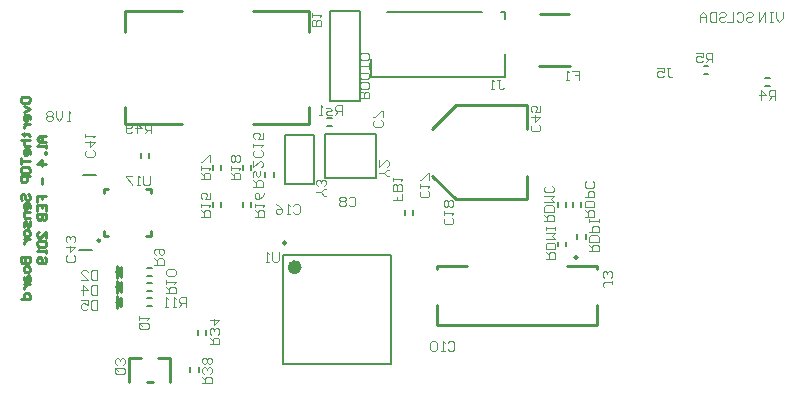
<source format=gbo>
G04*
G04 #@! TF.GenerationSoftware,Altium Limited,CircuitStudio,1.5.1 (13)*
G04*
G04 Layer_Color=13948096*
%FSAX24Y24*%
%MOIN*%
G70*
G01*
G75*
%ADD82C,0.0100*%
%ADD83C,0.0079*%
%ADD84C,0.0030*%
%ADD85C,0.0040*%
%ADD164C,0.0098*%
%ADD165C,0.0236*%
D82*
X028763Y016492D02*
G03*
X028763Y016492I-000044J000000D01*
G01*
X012846Y017055D02*
G03*
X012846Y017055I-000041J000000D01*
G01*
X013539Y014862D02*
G03*
X013402Y015000I-000138J000000D01*
G01*
D02*
G03*
X013539Y015138I000000J000138D01*
G01*
Y015361D02*
G03*
X013400Y015500I-000139J000000D01*
G01*
D02*
G03*
X013539Y015639I000000J000139D01*
G01*
Y015861D02*
G03*
X013400Y016000I-000139J000000D01*
G01*
D02*
G03*
X013539Y016139I000000J000139D01*
G01*
X024093Y014228D02*
X024093Y014917D01*
X024093Y014228D02*
X029407D01*
X029407Y014917D02*
X029407Y014228D01*
X029407Y016098D02*
Y016197D01*
X024093Y016098D02*
Y016197D01*
X025077D01*
X028423D02*
X029407D01*
X027488Y022864D02*
X028512D01*
X027508Y024616D02*
X028492D01*
X013461Y015000D02*
X013539D01*
Y014862D02*
Y015000D01*
Y014862D02*
Y015138D01*
Y015843D02*
Y016157D01*
Y015843D02*
Y016000D01*
X013461D02*
X013539D01*
Y015343D02*
Y015657D01*
Y015343D02*
Y015500D01*
X013461D02*
X013539D01*
X027075Y020787D02*
Y021575D01*
X024713D02*
X027075D01*
X023925Y020787D02*
X024713Y021575D01*
X023925Y019213D02*
X024713Y018425D01*
X027075D01*
Y019213D01*
X013679Y024718D02*
X015569D01*
X013679Y024010D02*
Y024718D01*
X017931D02*
X019821D01*
Y024010D02*
Y024718D01*
Y020939D02*
Y021490D01*
X017931Y020939D02*
X019821D01*
X013679D02*
X015569D01*
X013679D02*
Y021490D01*
X012963Y017213D02*
X013120D01*
X012963D02*
Y017370D01*
X014380Y017213D02*
X014537D01*
Y017370D01*
Y018630D02*
Y018787D01*
X014380D02*
X014537D01*
X012963D02*
X013120D01*
X012963Y018630D02*
Y018787D01*
X013811Y013144D02*
X014205D01*
X013811Y012356D02*
Y013144D01*
X014402Y012356D02*
X014598D01*
X014795Y013144D02*
X015189D01*
Y012356D02*
Y013144D01*
X013400Y015000D02*
X013402D01*
X013400D02*
X013402D01*
X013400Y014800D02*
Y015200D01*
Y015300D02*
Y015700D01*
X013539Y015843D02*
Y015861D01*
X013400Y015800D02*
Y016200D01*
X010200Y021700D02*
Y021800D01*
X010250Y021850D01*
X010450D01*
X010500Y021800D01*
Y021700D01*
X010450Y021650D01*
X010250D01*
X010200Y021700D01*
X010300Y021550D02*
X010500Y021450D01*
X010300Y021350D01*
X010500Y021100D02*
Y021200D01*
X010450Y021250D01*
X010350D01*
X010300Y021200D01*
Y021100D01*
X010350Y021050D01*
X010400D01*
Y021250D01*
X010300Y020950D02*
X010500D01*
X010400D01*
X010350Y020900D01*
X010300Y020850D01*
Y020800D01*
X010250Y020600D02*
X010300D01*
Y020650D01*
Y020550D01*
Y020600D01*
X010450D01*
X010500Y020550D01*
X010200Y020400D02*
X010500D01*
X010350D01*
X010300Y020350D01*
Y020251D01*
X010350Y020201D01*
X010500D01*
Y019951D02*
Y020051D01*
X010450Y020101D01*
X010350D01*
X010300Y020051D01*
Y019951D01*
X010350Y019901D01*
X010400D01*
Y020101D01*
X010200Y019801D02*
Y019601D01*
Y019701D01*
X010500D01*
X010200Y019351D02*
Y019451D01*
X010250Y019501D01*
X010450D01*
X010500Y019451D01*
Y019351D01*
X010450Y019301D01*
X010250D01*
X010200Y019351D01*
X010500Y019201D02*
X010200D01*
Y019051D01*
X010250Y019001D01*
X010350D01*
X010400Y019051D01*
Y019201D01*
X010250Y018401D02*
X010200Y018451D01*
Y018551D01*
X010250Y018601D01*
X010300D01*
X010350Y018551D01*
Y018451D01*
X010400Y018401D01*
X010450D01*
X010500Y018451D01*
Y018551D01*
X010450Y018601D01*
X010500Y018151D02*
Y018251D01*
X010450Y018301D01*
X010350D01*
X010300Y018251D01*
Y018151D01*
X010350Y018101D01*
X010400D01*
Y018301D01*
X010500Y018001D02*
X010300D01*
Y017851D01*
X010350Y017801D01*
X010500D01*
Y017701D02*
Y017551D01*
X010450Y017501D01*
X010400Y017551D01*
Y017651D01*
X010350Y017701D01*
X010300Y017651D01*
Y017501D01*
X010500Y017351D02*
Y017251D01*
X010450Y017201D01*
X010350D01*
X010300Y017251D01*
Y017351D01*
X010350Y017401D01*
X010450D01*
X010500Y017351D01*
X010300Y017102D02*
X010500D01*
X010400D01*
X010350Y017052D01*
X010300Y017002D01*
Y016952D01*
X010200Y016502D02*
X010500D01*
Y016352D01*
X010450Y016302D01*
X010400D01*
X010350Y016352D01*
Y016502D01*
Y016352D01*
X010300Y016302D01*
X010250D01*
X010200Y016352D01*
Y016502D01*
X010500Y016152D02*
Y016052D01*
X010450Y016002D01*
X010350D01*
X010300Y016052D01*
Y016152D01*
X010350Y016202D01*
X010450D01*
X010500Y016152D01*
X010300Y015852D02*
Y015752D01*
X010350Y015702D01*
X010500D01*
Y015852D01*
X010450Y015902D01*
X010400Y015852D01*
Y015702D01*
X010300Y015602D02*
X010500D01*
X010400D01*
X010350Y015552D01*
X010300Y015502D01*
Y015452D01*
X010200Y015102D02*
X010500D01*
Y015252D01*
X010450Y015302D01*
X010350D01*
X010300Y015252D01*
Y015102D01*
X011050Y020550D02*
X010850D01*
X010750Y020450D01*
X010850Y020350D01*
X011050D01*
X010900D01*
Y020550D01*
X011050Y020250D02*
Y020150D01*
Y020200D01*
X010750D01*
X010800Y020250D01*
X011050Y020000D02*
X011000D01*
Y019950D01*
X011050D01*
Y020000D01*
Y019600D02*
X010750D01*
X010900Y019750D01*
Y019550D01*
Y019150D02*
Y018951D01*
X010750Y018351D02*
Y018551D01*
X010900D01*
Y018451D01*
Y018551D01*
X011050D01*
X010750Y018051D02*
Y018251D01*
X011050D01*
Y018051D01*
X010900Y018251D02*
Y018151D01*
X010750Y017951D02*
X011050D01*
Y017801D01*
X011000Y017751D01*
X010950D01*
X010900Y017801D01*
Y017951D01*
Y017801D01*
X010850Y017751D01*
X010800D01*
X010750Y017801D01*
Y017951D01*
X011050Y017151D02*
Y017351D01*
X010850Y017151D01*
X010800D01*
X010750Y017201D01*
Y017301D01*
X010800Y017351D01*
Y017051D02*
X010750Y017001D01*
Y016901D01*
X010800Y016851D01*
X011000D01*
X011050Y016901D01*
Y017001D01*
X011000Y017051D01*
X010800D01*
X011050Y016751D02*
Y016651D01*
Y016701D01*
X010750D01*
X010800Y016751D01*
X011000Y016501D02*
X011050Y016451D01*
Y016351D01*
X011000Y016301D01*
X010800D01*
X010750Y016351D01*
Y016451D01*
X010800Y016501D01*
X010850D01*
X010900Y016451D01*
Y016301D01*
D83*
X022049Y019136D02*
Y020593D01*
X020356D02*
X022049D01*
X020356Y019136D02*
Y020593D01*
Y019136D02*
X021385D01*
X021021D02*
X022049D01*
X018939Y016561D02*
X022561D01*
X018939Y012939D02*
X022561D01*
X018939D02*
Y016561D01*
X022561Y012939D02*
Y016561D01*
X014212Y019821D02*
Y019979D01*
X014488Y019821D02*
Y019979D01*
X021500Y021700D02*
X021500Y024700D01*
X020500Y021700D02*
X021500D01*
X020500Y024700D02*
X020500Y021700D01*
X020500Y024700D02*
X021500D01*
X022425Y024665D02*
X025575D01*
X026362Y024429D02*
Y024665D01*
X026205D02*
X026362D01*
Y022500D02*
Y023287D01*
X021874Y022500D02*
X026362D01*
X021874D02*
Y023091D01*
X012283Y019250D02*
X012717D01*
X012133Y016750D02*
X012567D01*
X023012Y017921D02*
Y018079D01*
X023288Y017921D02*
Y018079D01*
X035021Y022488D02*
X035179D01*
X035021Y022212D02*
X035179D01*
X032971Y022888D02*
X033129D01*
X032971Y022612D02*
X033129D01*
X014421Y016138D02*
X014579D01*
X014421Y015862D02*
X014579D01*
X014421Y015638D02*
X014579D01*
X014421Y015362D02*
X014579D01*
X014421Y015138D02*
X014579D01*
X014421Y014862D02*
X014579D01*
X016612Y018171D02*
Y018329D01*
X016888Y018171D02*
Y018329D01*
X017612Y018171D02*
Y018329D01*
X017888Y018171D02*
Y018329D01*
X016612Y019421D02*
Y019579D01*
X016888Y019421D02*
Y019579D01*
X017612Y019421D02*
Y019579D01*
X017888Y019421D02*
Y019579D01*
X016112Y013921D02*
Y014079D01*
X016388Y013921D02*
Y014079D01*
X015862Y012671D02*
Y012829D01*
X016138Y012671D02*
Y012829D01*
X028112Y018171D02*
Y018329D01*
X028388Y018171D02*
X028388Y018329D01*
Y016864D02*
X028388Y017021D01*
X028112Y016864D02*
Y017021D01*
X028612Y018171D02*
Y018329D01*
X028888Y018171D02*
Y018329D01*
X029038Y017121D02*
Y017279D01*
X028762Y017121D02*
Y017279D01*
X020421Y021138D02*
X020579D01*
X020421Y020862D02*
X020579D01*
X018638Y019171D02*
Y019329D01*
X018362Y019171D02*
Y019329D01*
X019028Y020577D02*
X019972D01*
X019028Y018923D02*
Y020577D01*
Y018923D02*
X019972D01*
Y020577D01*
D84*
X022470Y019200D02*
X022417D01*
X022310Y019307D01*
X022417Y019413D01*
X022470D01*
X022310Y019307D02*
X022150D01*
Y019733D02*
Y019520D01*
X022363Y019733D01*
X022417D01*
X022470Y019680D01*
Y019573D01*
X022417Y019520D01*
X031737Y022820D02*
X031843D01*
X031790D01*
Y022553D01*
X031843Y022500D01*
X031897D01*
X031950Y022553D01*
X031417Y022820D02*
X031630D01*
Y022660D01*
X031523Y022713D01*
X031470D01*
X031417Y022660D01*
Y022553D01*
X031470Y022500D01*
X031577D01*
X031630Y022553D01*
X018800Y016670D02*
Y016403D01*
X018747Y016350D01*
X018640D01*
X018587Y016403D01*
Y016670D01*
X018480Y016350D02*
X018373D01*
X018427D01*
Y016670D01*
X018480Y016617D01*
X029920Y015713D02*
Y015607D01*
Y015660D01*
X029653D01*
X029600Y015607D01*
Y015553D01*
X029653Y015500D01*
X029867Y015820D02*
X029920Y015873D01*
Y015980D01*
X029867Y016033D01*
X029813D01*
X029760Y015980D01*
Y015927D01*
Y015980D01*
X029707Y016033D01*
X029653D01*
X029600Y015980D01*
Y015873D01*
X029653Y015820D01*
X028587Y022720D02*
X028800D01*
Y022560D01*
X028693D01*
X028800D01*
Y022400D01*
X028480D02*
X028373D01*
X028427D01*
Y022720D01*
X028480Y022667D01*
X012750Y015070D02*
Y014750D01*
X012590D01*
X012537Y014803D01*
Y015017D01*
X012590Y015070D01*
X012750D01*
X012217D02*
X012430D01*
Y014910D01*
X012323Y014963D01*
X012270D01*
X012217Y014910D01*
Y014803D01*
X012270Y014750D01*
X012377D01*
X012430Y014803D01*
X012750Y016070D02*
Y015750D01*
X012590D01*
X012537Y015803D01*
Y016017D01*
X012590Y016070D01*
X012750D01*
X012217Y015750D02*
X012430D01*
X012217Y015963D01*
Y016017D01*
X012270Y016070D01*
X012377D01*
X012430Y016017D01*
X012750Y015570D02*
Y015250D01*
X012590D01*
X012537Y015303D01*
Y015517D01*
X012590Y015570D01*
X012750D01*
X012270Y015250D02*
Y015570D01*
X012430Y015410D01*
X012217D01*
X021820Y021800D02*
X021500D01*
Y021960D01*
X021553Y022013D01*
X021607D01*
X021660Y021960D01*
Y021800D01*
Y021960D01*
X021713Y022013D01*
X021767D01*
X021820Y021960D01*
Y021800D01*
Y022280D02*
Y022173D01*
X021767Y022120D01*
X021553D01*
X021500Y022173D01*
Y022280D01*
X021553Y022333D01*
X021767D01*
X021820Y022280D01*
Y022600D02*
Y022493D01*
X021767Y022440D01*
X021553D01*
X021500Y022493D01*
Y022600D01*
X021553Y022653D01*
X021767D01*
X021820Y022600D01*
Y022760D02*
Y022973D01*
Y022866D01*
X021500D01*
X021767Y023080D02*
X021820Y023133D01*
Y023240D01*
X021767Y023293D01*
X021553D01*
X021500Y023240D01*
Y023133D01*
X021553Y023080D01*
X021767D01*
X027467Y020913D02*
X027520Y020860D01*
Y020753D01*
X027467Y020700D01*
X027253D01*
X027200Y020753D01*
Y020860D01*
X027253Y020913D01*
X027200Y021180D02*
X027520D01*
X027360Y021020D01*
Y021233D01*
X027520Y021553D02*
Y021340D01*
X027360D01*
X027413Y021446D01*
Y021500D01*
X027360Y021553D01*
X027253D01*
X027200Y021500D01*
Y021393D01*
X027253Y021340D01*
X020220Y024200D02*
X019900D01*
Y024360D01*
X019953Y024413D01*
X020007D01*
X020060Y024360D01*
Y024200D01*
Y024360D01*
X020113Y024413D01*
X020167D01*
X020220Y024360D01*
Y024200D01*
X019900Y024520D02*
Y024627D01*
Y024573D01*
X020220D01*
X020167Y024520D01*
X014498Y019222D02*
Y018955D01*
X014445Y018902D01*
X014338D01*
X014285Y018955D01*
Y019222D01*
X014178Y018902D02*
X014072D01*
X014125D01*
Y019222D01*
X014178Y019169D01*
X013912Y019222D02*
X013698D01*
Y019169D01*
X013912Y018955D01*
Y018902D01*
X026087Y022420D02*
X026193D01*
X026140D01*
Y022153D01*
X026193Y022100D01*
X026247D01*
X026300Y022153D01*
X025980Y022100D02*
X025873D01*
X025927D01*
Y022420D01*
X025980Y022367D01*
X022217Y021063D02*
X022270Y021010D01*
Y020903D01*
X022217Y020850D01*
X022003D01*
X021950Y020903D01*
Y021010D01*
X022003Y021063D01*
X022270Y021170D02*
Y021383D01*
X022217D01*
X022003Y021170D01*
X021950D01*
X021137Y018467D02*
X021190Y018520D01*
X021297D01*
X021350Y018467D01*
Y018253D01*
X021297Y018200D01*
X021190D01*
X021137Y018253D01*
X021030Y018467D02*
X020977Y018520D01*
X020870D01*
X020817Y018467D01*
Y018413D01*
X020870Y018360D01*
X020817Y018307D01*
Y018253D01*
X020870Y018200D01*
X020977D01*
X021030Y018253D01*
Y018307D01*
X020977Y018360D01*
X021030Y018413D01*
Y018467D01*
X020977Y018360D02*
X020870D01*
X024437Y013644D02*
X024490Y013697D01*
X024597D01*
X024650Y013644D01*
Y013431D01*
X024597Y013377D01*
X024490D01*
X024437Y013431D01*
X024330Y013377D02*
X024223D01*
X024277D01*
Y013697D01*
X024330Y013644D01*
X024064D02*
X024010Y013697D01*
X023904D01*
X023850Y013644D01*
Y013431D01*
X023904Y013377D01*
X024010D01*
X024064Y013431D01*
Y013644D01*
X018217Y020063D02*
X018270Y020010D01*
Y019903D01*
X018217Y019850D01*
X018003D01*
X017950Y019903D01*
Y020010D01*
X018003Y020063D01*
X017950Y020170D02*
Y020277D01*
Y020223D01*
X018270D01*
X018217Y020170D01*
X018270Y020650D02*
Y020436D01*
X018110D01*
X018163Y020543D01*
Y020596D01*
X018110Y020650D01*
X018003D01*
X017950Y020596D01*
Y020490D01*
X018003Y020436D01*
X019287Y018217D02*
X019340Y018270D01*
X019447D01*
X019500Y018217D01*
Y018003D01*
X019447Y017950D01*
X019340D01*
X019287Y018003D01*
X019180Y017950D02*
X019073D01*
X019127D01*
Y018270D01*
X019180Y018217D01*
X018700Y018270D02*
X018807Y018217D01*
X018914Y018110D01*
Y018003D01*
X018860Y017950D01*
X018754D01*
X018700Y018003D01*
Y018057D01*
X018754Y018110D01*
X018914D01*
X023767Y018713D02*
X023820Y018660D01*
Y018553D01*
X023767Y018500D01*
X023553D01*
X023500Y018553D01*
Y018660D01*
X023553Y018713D01*
X023500Y018820D02*
Y018927D01*
Y018873D01*
X023820D01*
X023767Y018820D01*
X023820Y019086D02*
Y019300D01*
X023767D01*
X023553Y019086D01*
X023500D01*
X024567Y017813D02*
X024620Y017760D01*
Y017653D01*
X024567Y017600D01*
X024353D01*
X024300Y017653D01*
Y017760D01*
X024353Y017813D01*
X024300Y017920D02*
Y018027D01*
Y017973D01*
X024620D01*
X024567Y017920D01*
Y018186D02*
X024620Y018240D01*
Y018346D01*
X024567Y018400D01*
X024513D01*
X024460Y018346D01*
X024407Y018400D01*
X024353D01*
X024300Y018346D01*
Y018240D01*
X024353Y018186D01*
X024407D01*
X024460Y018240D01*
X024513Y018186D01*
X024567D01*
X024460Y018240D02*
Y018346D01*
X012617Y020063D02*
X012670Y020010D01*
Y019903D01*
X012617Y019850D01*
X012403D01*
X012350Y019903D01*
Y020010D01*
X012403Y020063D01*
X012350Y020330D02*
X012670D01*
X012510Y020170D01*
Y020383D01*
X012350Y020490D02*
Y020596D01*
Y020543D01*
X012670D01*
X012617Y020490D01*
X011967Y016563D02*
X012020Y016510D01*
Y016403D01*
X011967Y016350D01*
X011753D01*
X011700Y016403D01*
Y016510D01*
X011753Y016563D01*
X011700Y016830D02*
X012020D01*
X011860Y016670D01*
Y016883D01*
X011967Y016990D02*
X012020Y017043D01*
Y017150D01*
X011967Y017203D01*
X011913D01*
X011860Y017150D01*
Y017096D01*
Y017150D01*
X011807Y017203D01*
X011753D01*
X011700Y017150D01*
Y017043D01*
X011753Y016990D01*
X022920Y018613D02*
Y018400D01*
X022760D01*
Y018507D01*
Y018400D01*
X022600D01*
X022920Y018720D02*
X022600D01*
Y018880D01*
X022653Y018933D01*
X022707D01*
X022760Y018880D01*
Y018720D01*
Y018880D01*
X022813Y018933D01*
X022867D01*
X022920Y018880D01*
Y018720D01*
X022600Y019040D02*
Y019146D01*
Y019093D01*
X022920D01*
X022867Y019040D01*
X014203Y014313D02*
X014417D01*
X014470Y014260D01*
Y014153D01*
X014417Y014100D01*
X014203D01*
X014150Y014153D01*
Y014260D01*
X014257Y014207D02*
X014150Y014313D01*
Y014260D02*
X014203Y014313D01*
X014150Y014420D02*
Y014527D01*
Y014473D01*
X014470D01*
X014417Y014420D01*
X013403Y012813D02*
X013617D01*
X013670Y012760D01*
Y012653D01*
X013617Y012600D01*
X013403D01*
X013350Y012653D01*
Y012760D01*
X013457Y012707D02*
X013350Y012813D01*
Y012760D02*
X013403Y012813D01*
X013617Y012920D02*
X013670Y012973D01*
Y013080D01*
X013617Y013133D01*
X013563D01*
X013510Y013080D01*
Y013027D01*
Y013080D01*
X013457Y013133D01*
X013403D01*
X013350Y013080D01*
Y012973D01*
X013403Y012920D01*
X035350Y021750D02*
Y022070D01*
X035190D01*
X035137Y022017D01*
Y021910D01*
X035190Y021857D01*
X035350D01*
X035243D02*
X035137Y021750D01*
X034870D02*
Y022070D01*
X035030Y021910D01*
X034817D01*
X033250Y023000D02*
Y023320D01*
X033090D01*
X033037Y023267D01*
Y023160D01*
X033090Y023107D01*
X033250D01*
X033143D02*
X033037Y023000D01*
X032717Y023320D02*
X032930D01*
Y023160D01*
X032823Y023213D01*
X032770D01*
X032717Y023160D01*
Y023053D01*
X032770Y023000D01*
X032877D01*
X032930Y023053D01*
X014650Y016250D02*
X014970D01*
Y016410D01*
X014917Y016463D01*
X014810D01*
X014757Y016410D01*
Y016250D01*
Y016357D02*
X014650Y016463D01*
X014703Y016570D02*
X014650Y016623D01*
Y016730D01*
X014703Y016783D01*
X014917D01*
X014970Y016730D01*
Y016623D01*
X014917Y016570D01*
X014863D01*
X014810Y016623D01*
Y016783D01*
X015050Y015300D02*
X015370D01*
Y015460D01*
X015317Y015513D01*
X015210D01*
X015157Y015460D01*
Y015300D01*
Y015407D02*
X015050Y015513D01*
Y015620D02*
Y015727D01*
Y015673D01*
X015370D01*
X015317Y015620D01*
Y015886D02*
X015370Y015940D01*
Y016046D01*
X015317Y016100D01*
X015103D01*
X015050Y016046D01*
Y015940D01*
X015103Y015886D01*
X015317D01*
X015700Y014850D02*
Y015170D01*
X015540D01*
X015487Y015117D01*
Y015010D01*
X015540Y014957D01*
X015700D01*
X015593D02*
X015487Y014850D01*
X015380D02*
X015273D01*
X015327D01*
Y015170D01*
X015380Y015117D01*
X015114Y014850D02*
X015007D01*
X015060D01*
Y015170D01*
X015114Y015117D01*
X016200Y017850D02*
X016520D01*
Y018010D01*
X016467Y018063D01*
X016360D01*
X016307Y018010D01*
Y017850D01*
Y017957D02*
X016200Y018063D01*
Y018170D02*
Y018277D01*
Y018223D01*
X016520D01*
X016467Y018170D01*
X016520Y018650D02*
Y018436D01*
X016360D01*
X016413Y018543D01*
Y018596D01*
X016360Y018650D01*
X016253D01*
X016200Y018596D01*
Y018490D01*
X016253Y018436D01*
X018000Y017850D02*
X018320D01*
Y018010D01*
X018267Y018063D01*
X018160D01*
X018107Y018010D01*
Y017850D01*
Y017957D02*
X018000Y018063D01*
Y018170D02*
Y018277D01*
Y018223D01*
X018320D01*
X018267Y018170D01*
X018320Y018650D02*
X018267Y018543D01*
X018160Y018436D01*
X018053D01*
X018000Y018490D01*
Y018596D01*
X018053Y018650D01*
X018107D01*
X018160Y018596D01*
Y018436D01*
X016200Y019100D02*
X016520D01*
Y019260D01*
X016467Y019313D01*
X016360D01*
X016307Y019260D01*
Y019100D01*
Y019207D02*
X016200Y019313D01*
Y019420D02*
Y019527D01*
Y019473D01*
X016520D01*
X016467Y019420D01*
X016520Y019686D02*
Y019900D01*
X016467D01*
X016253Y019686D01*
X016200D01*
X017200Y019100D02*
X017520D01*
Y019260D01*
X017467Y019313D01*
X017360D01*
X017307Y019260D01*
Y019100D01*
Y019207D02*
X017200Y019313D01*
Y019420D02*
Y019527D01*
Y019473D01*
X017520D01*
X017467Y019420D01*
Y019686D02*
X017520Y019740D01*
Y019846D01*
X017467Y019900D01*
X017413D01*
X017360Y019846D01*
X017307Y019900D01*
X017253D01*
X017200Y019846D01*
Y019740D01*
X017253Y019686D01*
X017307D01*
X017360Y019740D01*
X017413Y019686D01*
X017467D01*
X017360Y019740D02*
Y019846D01*
X016500Y013600D02*
X016820D01*
Y013760D01*
X016767Y013813D01*
X016660D01*
X016607Y013760D01*
Y013600D01*
Y013707D02*
X016500Y013813D01*
X016767Y013920D02*
X016820Y013973D01*
Y014080D01*
X016767Y014133D01*
X016713D01*
X016660Y014080D01*
Y014027D01*
Y014080D01*
X016607Y014133D01*
X016553D01*
X016500Y014080D01*
Y013973D01*
X016553Y013920D01*
X016500Y014400D02*
X016820D01*
X016660Y014240D01*
Y014453D01*
X016250Y012300D02*
X016570D01*
Y012460D01*
X016517Y012513D01*
X016410D01*
X016357Y012460D01*
Y012300D01*
Y012407D02*
X016250Y012513D01*
X016517Y012620D02*
X016570Y012673D01*
Y012780D01*
X016517Y012833D01*
X016463D01*
X016410Y012780D01*
Y012727D01*
Y012780D01*
X016357Y012833D01*
X016303D01*
X016250Y012780D01*
Y012673D01*
X016303Y012620D01*
X016517Y012940D02*
X016570Y012993D01*
Y013100D01*
X016517Y013153D01*
X016463D01*
X016410Y013100D01*
X016357Y013153D01*
X016303D01*
X016250Y013100D01*
Y012993D01*
X016303Y012940D01*
X016357D01*
X016410Y012993D01*
X016463Y012940D01*
X016517D01*
X016410Y012993D02*
Y013100D01*
X027650Y017700D02*
X027970D01*
Y017860D01*
X027917Y017913D01*
X027810D01*
X027757Y017860D01*
Y017700D01*
Y017807D02*
X027650Y017913D01*
X027970Y018020D02*
X027650D01*
Y018180D01*
X027703Y018233D01*
X027917D01*
X027970Y018180D01*
Y018020D01*
X027650Y018340D02*
X027970D01*
X027863Y018446D01*
X027970Y018553D01*
X027650D01*
X027917Y018873D02*
X027970Y018820D01*
Y018713D01*
X027917Y018660D01*
X027703D01*
X027650Y018713D01*
Y018820D01*
X027703Y018873D01*
X027700Y016450D02*
X028020D01*
Y016610D01*
X027967Y016663D01*
X027860D01*
X027807Y016610D01*
Y016450D01*
Y016557D02*
X027700Y016663D01*
X028020Y016770D02*
X027700D01*
Y016930D01*
X027753Y016983D01*
X027967D01*
X028020Y016930D01*
Y016770D01*
X027700Y017090D02*
X028020D01*
X027913Y017196D01*
X028020Y017303D01*
X027700D01*
X028020Y017410D02*
Y017516D01*
Y017463D01*
X027700D01*
Y017410D01*
Y017516D01*
X029000Y017850D02*
X029320D01*
Y018010D01*
X029267Y018063D01*
X029160D01*
X029107Y018010D01*
Y017850D01*
Y017957D02*
X029000Y018063D01*
X029320Y018170D02*
X029000D01*
Y018330D01*
X029053Y018383D01*
X029267D01*
X029320Y018330D01*
Y018170D01*
X029000Y018490D02*
X029320D01*
Y018650D01*
X029267Y018703D01*
X029160D01*
X029107Y018650D01*
Y018490D01*
X029267Y019023D02*
X029320Y018970D01*
Y018863D01*
X029267Y018810D01*
X029053D01*
X029000Y018863D01*
Y018970D01*
X029053Y019023D01*
X029150Y016700D02*
X029470D01*
Y016860D01*
X029417Y016913D01*
X029310D01*
X029257Y016860D01*
Y016700D01*
Y016807D02*
X029150Y016913D01*
X029470Y017020D02*
X029150D01*
Y017180D01*
X029203Y017233D01*
X029417D01*
X029470Y017180D01*
Y017020D01*
X029150Y017340D02*
X029470D01*
Y017500D01*
X029417Y017553D01*
X029310D01*
X029257Y017500D01*
Y017340D01*
X029470Y017660D02*
Y017766D01*
Y017713D01*
X029150D01*
Y017660D01*
Y017766D01*
X020900Y021250D02*
Y021570D01*
X020740D01*
X020687Y021517D01*
Y021410D01*
X020740Y021357D01*
X020900D01*
X020793D02*
X020687Y021250D01*
X020580D02*
X020420D01*
X020367Y021303D01*
X020420Y021357D01*
X020527D01*
X020580Y021410D01*
X020527Y021463D01*
X020367D01*
X020260Y021250D02*
X020154D01*
X020207D01*
Y021570D01*
X020260Y021517D01*
X017950Y018850D02*
X018270D01*
Y019010D01*
X018217Y019063D01*
X018110D01*
X018057Y019010D01*
Y018850D01*
Y018957D02*
X017950Y019063D01*
Y019170D02*
Y019330D01*
X018003Y019383D01*
X018057Y019330D01*
Y019223D01*
X018110Y019170D01*
X018163Y019223D01*
Y019383D01*
X017950Y019703D02*
Y019490D01*
X018163Y019703D01*
X018217D01*
X018270Y019650D01*
Y019543D01*
X018217Y019490D01*
X020370Y018550D02*
X020317D01*
X020210Y018657D01*
X020317Y018763D01*
X020370D01*
X020210Y018657D02*
X020050D01*
X020317Y018870D02*
X020370Y018923D01*
Y019030D01*
X020317Y019083D01*
X020263D01*
X020210Y019030D01*
Y018977D01*
Y019030D01*
X020157Y019083D01*
X020103D01*
X020050Y019030D01*
Y018923D01*
X020103Y018870D01*
D85*
X035600Y024670D02*
Y024457D01*
X035493Y024350D01*
X035387Y024457D01*
Y024670D01*
X035280D02*
X035173D01*
X035227D01*
Y024350D01*
X035280D01*
X035173D01*
X035014D02*
Y024670D01*
X034800Y024350D01*
Y024670D01*
X014550Y020630D02*
Y020950D01*
X014390D01*
X014337Y020897D01*
Y020790D01*
X014390Y020737D01*
X014550D01*
X014443D02*
X014337Y020630D01*
X014070D02*
Y020950D01*
X014230Y020790D01*
X014017D01*
X013910Y020683D02*
X013857Y020630D01*
X013750D01*
X013697Y020683D01*
Y020897D01*
X013750Y020950D01*
X013857D01*
X013910Y020897D01*
Y020843D01*
X013857Y020790D01*
X013697D01*
X011850Y021050D02*
X011743D01*
X011797D01*
Y021370D01*
X011850Y021317D01*
X011583Y021370D02*
Y021157D01*
X011477Y021050D01*
X011370Y021157D01*
Y021370D01*
X011264Y021317D02*
X011210Y021370D01*
X011104D01*
X011050Y021317D01*
Y021263D01*
X011104Y021210D01*
X011050Y021157D01*
Y021103D01*
X011104Y021050D01*
X011210D01*
X011264Y021103D01*
Y021157D01*
X011210Y021210D01*
X011264Y021263D01*
Y021317D01*
X011210Y021210D02*
X011104D01*
X034387Y024617D02*
X034440Y024670D01*
X034547D01*
X034600Y024617D01*
Y024563D01*
X034547Y024510D01*
X034440D01*
X034387Y024457D01*
Y024403D01*
X034440Y024350D01*
X034547D01*
X034600Y024403D01*
X034067Y024617D02*
X034120Y024670D01*
X034227D01*
X034280Y024617D01*
Y024403D01*
X034227Y024350D01*
X034120D01*
X034067Y024403D01*
X033960Y024670D02*
Y024350D01*
X033747D01*
X033487Y024617D02*
X033540Y024670D01*
X033647D01*
X033700Y024617D01*
Y024563D01*
X033647Y024510D01*
X033540D01*
X033487Y024457D01*
Y024403D01*
X033540Y024350D01*
X033647D01*
X033700Y024403D01*
X033380Y024670D02*
Y024350D01*
X033220D01*
X033167Y024403D01*
Y024617D01*
X033220Y024670D01*
X033380D01*
X033060Y024350D02*
Y024563D01*
X032954Y024670D01*
X032847Y024563D01*
Y024350D01*
Y024510D01*
X033060D01*
D164*
X019047Y016974D02*
G03*
X019047Y016974I-000049J000000D01*
G01*
D165*
X019451Y016167D02*
G03*
X019451Y016167I-000118J000000D01*
G01*
M02*

</source>
